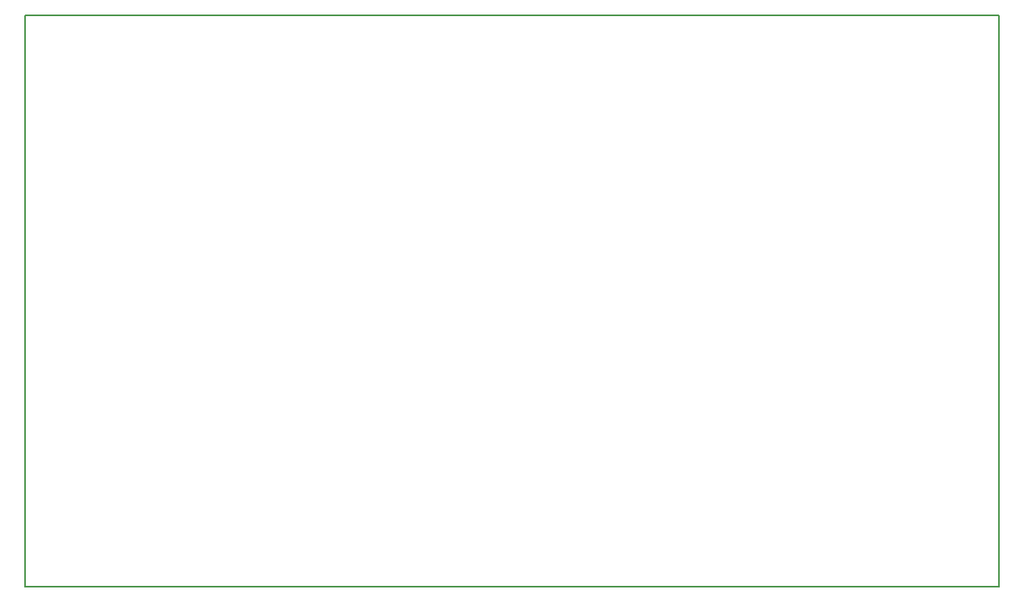
<source format=gbr>
G04 #@! TF.GenerationSoftware,KiCad,Pcbnew,5.0.2+dfsg1-1*
G04 #@! TF.CreationDate,2020-09-04T22:52:39+03:00*
G04 #@! TF.ProjectId,LDriver,4c447269-7665-4722-9e6b-696361645f70,rev?*
G04 #@! TF.SameCoordinates,Original*
G04 #@! TF.FileFunction,Profile,NP*
%FSLAX46Y46*%
G04 Gerber Fmt 4.6, Leading zero omitted, Abs format (unit mm)*
G04 Created by KiCad (PCBNEW 5.0.2+dfsg1-1) date пт, 04-вер-2020 22:52:39 +0300*
%MOMM*%
%LPD*%
G01*
G04 APERTURE LIST*
%ADD10C,0.150000*%
G04 APERTURE END LIST*
D10*
X203600000Y-68850000D02*
X101600000Y-68850000D01*
X203600000Y-128850000D02*
X203600000Y-68850000D01*
X101600000Y-128850000D02*
X203600000Y-128850000D01*
X101600000Y-68850000D02*
X101600000Y-128850000D01*
M02*

</source>
